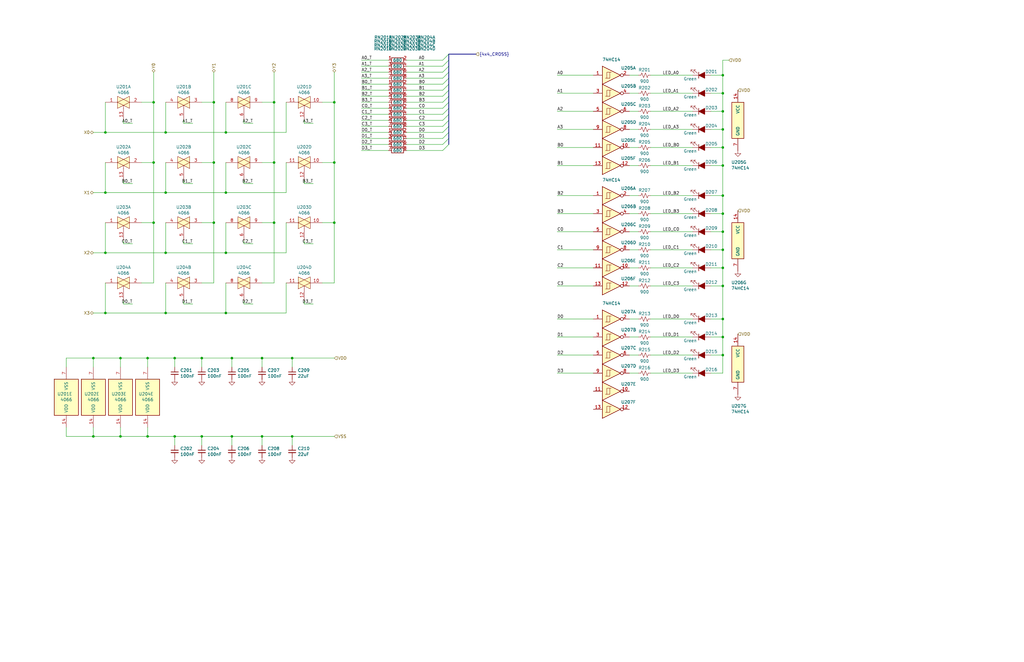
<source format=kicad_sch>
(kicad_sch (version 20250114) (generator "eeschema") (generator_version "9.0")
  (paper "B")
  (title_block (title "Kenwood Handset Switcher - Dev Board") (date "2025-07-11") (rev "A") (company "Thomas Francois - KX∅STL"))
  (junction (at 304.8 120.65))
  (junction (at 85.09 151.13))
  (junction (at 304.8 90.17))
  (junction (at 304.8 134.62))
  (junction (at 64.77 93.98))
  (junction (at 95.25 55.88))
  (junction (at 140.97 93.98))
  (junction (at 95.25 106.68))
  (junction (at 69.85 55.88))
  (junction (at 304.8 142.24))
  (junction (at 123.19 184.15))
  (junction (at 304.8 105.41))
  (junction (at 90.17 43.18))
  (junction (at 64.77 68.58))
  (junction (at 50.8 151.13))
  (junction (at 90.17 93.98))
  (junction (at 110.49 151.13))
  (junction (at 44.45 106.68))
  (junction (at 62.23 184.15))
  (junction (at 44.45 132.08))
  (junction (at 304.8 46.99))
  (junction (at 140.97 68.58))
  (junction (at 39.37 184.15))
  (junction (at 115.57 43.18))
  (junction (at 64.77 43.18))
  (junction (at 85.09 184.15))
  (junction (at 304.8 69.85))
  (junction (at 95.25 132.08))
  (junction (at 69.85 132.08))
  (junction (at 304.8 39.37))
  (junction (at 97.79 184.15))
  (junction (at 304.8 54.61))
  (junction (at 304.8 62.23))
  (junction (at 69.85 106.68))
  (junction (at 123.19 151.13))
  (junction (at 304.8 149.86))
  (junction (at 95.25 81.28))
  (junction (at 90.17 68.58))
  (junction (at 110.49 184.15))
  (junction (at 115.57 93.98))
  (junction (at 115.57 68.58))
  (junction (at 39.37 151.13))
  (junction (at 62.23 151.13))
  (junction (at 44.45 55.88))
  (junction (at 304.8 113.03))
  (junction (at 50.8 184.15))
  (junction (at 97.79 151.13))
  (junction (at 73.66 184.15))
  (junction (at 140.97 43.18))
  (junction (at 304.8 97.79))
  (junction (at 73.66 151.13))
  (junction (at 44.45 81.28))
  (junction (at 304.8 82.55))
  (junction (at 304.8 31.75))
  (junction (at 69.85 81.28))
  (bus_entry (at 189.23 40.64) (size -2.54 2.54))
  (bus_entry (at 189.23 30.48) (size -2.54 2.54))
  (bus_entry (at 189.23 33.02) (size -2.54 2.54))
  (bus_entry (at 189.23 27.94) (size -2.54 2.54))
  (bus_entry (at 189.23 53.34) (size -2.54 2.54))
  (bus_entry (at 189.23 25.4) (size -2.54 2.54))
  (bus_entry (at 189.23 45.72) (size -2.54 2.54))
  (bus_entry (at 189.23 35.56) (size -2.54 2.54))
  (bus_entry (at 189.23 50.8) (size -2.54 2.54))
  (bus_entry (at 189.23 48.26) (size -2.54 2.54))
  (bus_entry (at 189.23 58.42) (size -2.54 2.54))
  (bus_entry (at 189.23 43.18) (size -2.54 2.54))
  (bus_entry (at 189.23 55.88) (size -2.54 2.54))
  (bus_entry (at 189.23 60.96) (size -2.54 2.54))
  (bus_entry (at 189.23 38.1) (size -2.54 2.54))
  (bus_entry (at 189.23 22.86) (size -2.54 2.54))
  (wire (pts (xy 44.45 81.28) (xy 69.85 81.28)))
  (bus (pts (xy 189.23 38.1) (xy 189.23 40.64)))
  (wire (pts (xy 95.25 68.58) (xy 95.25 81.28)))
  (wire (pts (xy 85.09 184.15) (xy 85.09 187.96)))
  (wire (pts (xy 120.65 68.58) (xy 120.65 81.28)))
  (wire (pts (xy 27.94 184.15) (xy 27.94 180.34)))
  (wire (pts (xy 110.49 184.15) (xy 110.49 187.96)))
  (wire (pts (xy 265.43 97.79) (xy 269.24 97.79)))
  (wire (pts (xy 44.45 68.58) (xy 44.45 81.28)))
  (wire (pts (xy 171.45 55.88) (xy 186.69 55.88)))
  (wire (pts (xy 265.43 134.62) (xy 269.24 134.62)))
  (wire (pts (xy 171.45 58.42) (xy 186.69 58.42)))
  (wire (pts (xy 110.49 93.98) (xy 115.57 93.98)))
  (wire (pts (xy 152.4 53.34) (xy 163.83 53.34)))
  (wire (pts (xy 77.47 52.07) (xy 81.28 52.07)))
  (wire (pts (xy 128.27 77.47) (xy 128.27 76.2)))
  (wire (pts (xy 102.87 128.27) (xy 106.68 128.27)))
  (wire (pts (xy 85.09 43.18) (xy 90.17 43.18)))
  (wire (pts (xy 44.45 132.08) (xy 69.85 132.08)))
  (wire (pts (xy 299.72 69.85) (xy 304.8 69.85)))
  (wire (pts (xy 234.95 149.86) (xy 250.19 149.86)))
  (wire (pts (xy 274.32 113.03) (xy 292.1 113.03)))
  (wire (pts (xy 69.85 119.38) (xy 69.85 132.08)))
  (wire (pts (xy 110.49 43.18) (xy 115.57 43.18)))
  (wire (pts (xy 50.8 151.13) (xy 50.8 154.94)))
  (wire (pts (xy 52.07 77.47) (xy 55.88 77.47)))
  (wire (pts (xy 304.8 46.99) (xy 304.8 54.61)))
  (wire (pts (xy 152.4 60.96) (xy 163.83 60.96)))
  (wire (pts (xy 265.43 39.37) (xy 269.24 39.37)))
  (wire (pts (xy 102.87 52.07) (xy 102.87 50.8)))
  (wire (pts (xy 69.85 81.28) (xy 95.25 81.28)))
  (wire (pts (xy 95.25 43.18) (xy 95.25 55.88)))
  (wire (pts (xy 39.37 151.13) (xy 39.37 154.94)))
  (wire (pts (xy 52.07 77.47) (xy 52.07 76.2)))
  (wire (pts (xy 77.47 77.47) (xy 77.47 76.2)))
  (wire (pts (xy 152.4 35.56) (xy 163.83 35.56)))
  (wire (pts (xy 152.4 27.94) (xy 163.83 27.94)))
  (bus (pts (xy 189.23 55.88) (xy 189.23 58.42)))
  (wire (pts (xy 171.45 60.96) (xy 186.69 60.96)))
  (wire (pts (xy 59.69 43.18) (xy 64.77 43.18)))
  (wire (pts (xy 152.4 33.02) (xy 163.83 33.02)))
  (wire (pts (xy 234.95 97.79) (xy 250.19 97.79)))
  (bus (pts (xy 189.23 58.42) (xy 189.23 60.96)))
  (wire (pts (xy 140.97 30.48) (xy 140.97 43.18)))
  (wire (pts (xy 299.72 149.86) (xy 304.8 149.86)))
  (wire (pts (xy 152.4 58.42) (xy 163.83 58.42)))
  (wire (pts (xy 304.8 113.03) (xy 304.8 120.65)))
  (wire (pts (xy 299.72 39.37) (xy 304.8 39.37)))
  (wire (pts (xy 69.85 68.58) (xy 69.85 81.28)))
  (wire (pts (xy 52.07 52.07) (xy 55.88 52.07)))
  (wire (pts (xy 44.45 119.38) (xy 44.45 132.08)))
  (wire (pts (xy 44.45 106.68) (xy 69.85 106.68)))
  (wire (pts (xy 265.43 157.48) (xy 269.24 157.48)))
  (wire (pts (xy 274.32 54.61) (xy 292.1 54.61)))
  (wire (pts (xy 69.85 93.98) (xy 69.85 106.68)))
  (wire (pts (xy 27.94 151.13) (xy 27.94 154.94)))
  (wire (pts (xy 274.32 46.99) (xy 292.1 46.99)))
  (wire (pts (xy 274.32 134.62) (xy 292.1 134.62)))
  (wire (pts (xy 234.95 105.41) (xy 250.19 105.41)))
  (wire (pts (xy 52.07 128.27) (xy 52.07 127)))
  (wire (pts (xy 234.95 31.75) (xy 250.19 31.75)))
  (wire (pts (xy 64.77 93.98) (xy 64.77 119.38)))
  (wire (pts (xy 39.37 151.13) (xy 50.8 151.13)))
  (wire (pts (xy 274.32 120.65) (xy 292.1 120.65)))
  (wire (pts (xy 171.45 27.94) (xy 186.69 27.94)))
  (wire (pts (xy 234.95 39.37) (xy 250.19 39.37)))
  (wire (pts (xy 304.8 134.62) (xy 304.8 142.24)))
  (wire (pts (xy 265.43 62.23) (xy 269.24 62.23)))
  (wire (pts (xy 102.87 102.87) (xy 102.87 101.6)))
  (wire (pts (xy 95.25 106.68) (xy 120.65 106.68)))
  (wire (pts (xy 69.85 55.88) (xy 95.25 55.88)))
  (bus (pts (xy 189.23 27.94) (xy 189.23 30.48)))
  (wire (pts (xy 90.17 93.98) (xy 90.17 119.38)))
  (wire (pts (xy 299.72 157.48) (xy 304.8 157.48)))
  (bus (pts (xy 200.66 22.86) (xy 189.23 22.86)))
  (bus (pts (xy 189.23 30.48) (xy 189.23 33.02)))
  (wire (pts (xy 265.43 54.61) (xy 269.24 54.61)))
  (wire (pts (xy 234.95 113.03) (xy 250.19 113.03)))
  (wire (pts (xy 265.43 113.03) (xy 269.24 113.03)))
  (wire (pts (xy 171.45 43.18) (xy 186.69 43.18)))
  (wire (pts (xy 299.72 134.62) (xy 304.8 134.62)))
  (wire (pts (xy 299.72 31.75) (xy 304.8 31.75)))
  (bus (pts (xy 189.23 50.8) (xy 189.23 53.34)))
  (wire (pts (xy 265.43 82.55) (xy 269.24 82.55)))
  (wire (pts (xy 110.49 68.58) (xy 115.57 68.58)))
  (wire (pts (xy 265.43 69.85) (xy 269.24 69.85)))
  (wire (pts (xy 299.72 54.61) (xy 304.8 54.61)))
  (wire (pts (xy 90.17 68.58) (xy 90.17 93.98)))
  (wire (pts (xy 85.09 119.38) (xy 90.17 119.38)))
  (wire (pts (xy 97.79 184.15) (xy 97.79 187.96)))
  (wire (pts (xy 140.97 68.58) (xy 140.97 93.98)))
  (wire (pts (xy 59.69 93.98) (xy 64.77 93.98)))
  (wire (pts (xy 128.27 102.87) (xy 128.27 101.6)))
  (wire (pts (xy 50.8 184.15) (xy 62.23 184.15)))
  (wire (pts (xy 39.37 184.15) (xy 50.8 184.15)))
  (wire (pts (xy 304.8 69.85) (xy 304.8 82.55)))
  (wire (pts (xy 110.49 151.13) (xy 110.49 154.94)))
  (wire (pts (xy 62.23 151.13) (xy 62.23 154.94)))
  (wire (pts (xy 62.23 184.15) (xy 73.66 184.15)))
  (wire (pts (xy 44.45 55.88) (xy 69.85 55.88)))
  (wire (pts (xy 152.4 30.48) (xy 163.83 30.48)))
  (wire (pts (xy 304.8 113.03) (xy 304.8 105.41)))
  (wire (pts (xy 39.37 55.88) (xy 44.45 55.88)))
  (wire (pts (xy 52.07 102.87) (xy 52.07 101.6)))
  (wire (pts (xy 152.4 55.88) (xy 163.83 55.88)))
  (wire (pts (xy 265.43 46.99) (xy 269.24 46.99)))
  (wire (pts (xy 265.43 149.86) (xy 269.24 149.86)))
  (wire (pts (xy 135.89 93.98) (xy 140.97 93.98)))
  (wire (pts (xy 234.95 134.62) (xy 250.19 134.62)))
  (bus (pts (xy 189.23 25.4) (xy 189.23 27.94)))
  (wire (pts (xy 265.43 120.65) (xy 269.24 120.65)))
  (wire (pts (xy 77.47 128.27) (xy 81.28 128.27)))
  (wire (pts (xy 69.85 106.68) (xy 95.25 106.68)))
  (wire (pts (xy 171.45 35.56) (xy 186.69 35.56)))
  (wire (pts (xy 299.72 105.41) (xy 304.8 105.41)))
  (wire (pts (xy 304.8 31.75) (xy 304.8 39.37)))
  (wire (pts (xy 304.8 25.4) (xy 304.8 31.75)))
  (wire (pts (xy 102.87 77.47) (xy 102.87 76.2)))
  (wire (pts (xy 152.4 50.8) (xy 163.83 50.8)))
  (wire (pts (xy 304.8 105.41) (xy 304.8 97.79)))
  (wire (pts (xy 152.4 63.5) (xy 163.83 63.5)))
  (wire (pts (xy 102.87 128.27) (xy 102.87 127)))
  (wire (pts (xy 52.07 52.07) (xy 52.07 50.8)))
  (wire (pts (xy 265.43 142.24) (xy 269.24 142.24)))
  (wire (pts (xy 299.72 113.03) (xy 304.8 113.03)))
  (wire (pts (xy 304.8 62.23) (xy 304.8 69.85)))
  (wire (pts (xy 265.43 105.41) (xy 269.24 105.41)))
  (wire (pts (xy 234.95 82.55) (xy 250.19 82.55)))
  (wire (pts (xy 123.19 151.13) (xy 123.19 154.94)))
  (wire (pts (xy 304.8 142.24) (xy 304.8 149.86)))
  (wire (pts (xy 85.09 151.13) (xy 85.09 154.94)))
  (wire (pts (xy 90.17 43.18) (xy 90.17 68.58)))
  (wire (pts (xy 52.07 128.27) (xy 55.88 128.27)))
  (wire (pts (xy 102.87 102.87) (xy 106.68 102.87)))
  (wire (pts (xy 140.97 43.18) (xy 140.97 68.58)))
  (wire (pts (xy 44.45 43.18) (xy 44.45 55.88)))
  (bus (pts (xy 189.23 40.64) (xy 189.23 43.18)))
  (wire (pts (xy 62.23 151.13) (xy 73.66 151.13)))
  (wire (pts (xy 39.37 132.08) (xy 44.45 132.08)))
  (wire (pts (xy 171.45 63.5) (xy 186.69 63.5)))
  (wire (pts (xy 85.09 68.58) (xy 90.17 68.58)))
  (wire (pts (xy 77.47 128.27) (xy 77.47 127)))
  (wire (pts (xy 234.95 69.85) (xy 250.19 69.85)))
  (wire (pts (xy 152.4 40.64) (xy 163.83 40.64)))
  (wire (pts (xy 123.19 184.15) (xy 123.19 187.96)))
  (wire (pts (xy 50.8 151.13) (xy 62.23 151.13)))
  (wire (pts (xy 152.4 45.72) (xy 163.83 45.72)))
  (wire (pts (xy 39.37 81.28) (xy 44.45 81.28)))
  (wire (pts (xy 274.32 90.17) (xy 292.1 90.17)))
  (wire (pts (xy 171.45 30.48) (xy 186.69 30.48)))
  (wire (pts (xy 140.97 93.98) (xy 140.97 119.38)))
  (wire (pts (xy 234.95 46.99) (xy 250.19 46.99)))
  (wire (pts (xy 85.09 151.13) (xy 97.79 151.13)))
  (wire (pts (xy 69.85 132.08) (xy 95.25 132.08)))
  (wire (pts (xy 299.72 82.55) (xy 304.8 82.55)))
  (wire (pts (xy 69.85 43.18) (xy 69.85 55.88)))
  (wire (pts (xy 115.57 93.98) (xy 115.57 119.38)))
  (wire (pts (xy 120.65 43.18) (xy 120.65 55.88)))
  (wire (pts (xy 39.37 184.15) (xy 27.94 184.15)))
  (wire (pts (xy 64.77 30.48) (xy 64.77 43.18)))
  (wire (pts (xy 299.72 46.99) (xy 304.8 46.99)))
  (wire (pts (xy 64.77 43.18) (xy 64.77 68.58)))
  (wire (pts (xy 110.49 151.13) (xy 123.19 151.13)))
  (wire (pts (xy 64.77 68.58) (xy 64.77 93.98)))
  (wire (pts (xy 274.32 69.85) (xy 292.1 69.85)))
  (wire (pts (xy 304.8 157.48) (xy 304.8 149.86)))
  (wire (pts (xy 73.66 151.13) (xy 73.66 154.94)))
  (wire (pts (xy 128.27 52.07) (xy 128.27 50.8)))
  (wire (pts (xy 274.32 82.55) (xy 292.1 82.55)))
  (wire (pts (xy 85.09 151.13) (xy 73.66 151.13)))
  (wire (pts (xy 128.27 102.87) (xy 132.08 102.87)))
  (wire (pts (xy 274.32 31.75) (xy 292.1 31.75)))
  (wire (pts (xy 265.43 90.17) (xy 269.24 90.17)))
  (wire (pts (xy 234.95 90.17) (xy 250.19 90.17)))
  (wire (pts (xy 52.07 102.87) (xy 55.88 102.87)))
  (wire (pts (xy 120.65 93.98) (xy 120.65 106.68)))
  (wire (pts (xy 95.25 132.08) (xy 120.65 132.08)))
  (wire (pts (xy 44.45 93.98) (xy 44.45 106.68)))
  (wire (pts (xy 299.72 62.23) (xy 304.8 62.23)))
  (wire (pts (xy 152.4 48.26) (xy 163.83 48.26)))
  (wire (pts (xy 152.4 38.1) (xy 163.83 38.1)))
  (wire (pts (xy 97.79 184.15) (xy 110.49 184.15)))
  (wire (pts (xy 62.23 180.34) (xy 62.23 184.15)))
  (bus (pts (xy 189.23 48.26) (xy 189.23 50.8)))
  (wire (pts (xy 171.45 48.26) (xy 186.69 48.26)))
  (wire (pts (xy 171.45 33.02) (xy 186.69 33.02)))
  (wire (pts (xy 50.8 184.15) (xy 50.8 180.34)))
  (wire (pts (xy 95.25 81.28) (xy 120.65 81.28)))
  (wire (pts (xy 234.95 62.23) (xy 250.19 62.23)))
  (wire (pts (xy 73.66 184.15) (xy 85.09 184.15)))
  (wire (pts (xy 95.25 55.88) (xy 120.65 55.88)))
  (wire (pts (xy 39.37 151.13) (xy 27.94 151.13)))
  (wire (pts (xy 274.32 142.24) (xy 292.1 142.24)))
  (bus (pts (xy 189.23 22.86) (xy 189.23 25.4)))
  (wire (pts (xy 128.27 52.07) (xy 132.08 52.07)))
  (wire (pts (xy 115.57 68.58) (xy 115.57 93.98)))
  (wire (pts (xy 304.8 82.55) (xy 304.8 90.17)))
  (wire (pts (xy 39.37 184.15) (xy 39.37 180.34)))
  (wire (pts (xy 171.45 38.1) (xy 186.69 38.1)))
  (wire (pts (xy 39.37 106.68) (xy 44.45 106.68)))
  (wire (pts (xy 95.25 93.98) (xy 95.25 106.68)))
  (wire (pts (xy 171.45 53.34) (xy 186.69 53.34)))
  (wire (pts (xy 85.09 184.15) (xy 97.79 184.15)))
  (wire (pts (xy 274.32 39.37) (xy 292.1 39.37)))
  (wire (pts (xy 135.89 119.38) (xy 140.97 119.38)))
  (wire (pts (xy 171.45 40.64) (xy 186.69 40.64)))
  (wire (pts (xy 299.72 120.65) (xy 304.8 120.65)))
  (wire (pts (xy 97.79 151.13) (xy 97.79 154.94)))
  (wire (pts (xy 171.45 25.4) (xy 186.69 25.4)))
  (wire (pts (xy 234.95 54.61) (xy 250.19 54.61)))
  (wire (pts (xy 299.72 90.17) (xy 304.8 90.17)))
  (wire (pts (xy 85.09 93.98) (xy 90.17 93.98)))
  (wire (pts (xy 152.4 25.4) (xy 163.83 25.4)))
  (wire (pts (xy 135.89 68.58) (xy 140.97 68.58)))
  (wire (pts (xy 307.34 25.4) (xy 304.8 25.4)))
  (wire (pts (xy 102.87 52.07) (xy 106.68 52.07)))
  (wire (pts (xy 304.8 54.61) (xy 304.8 62.23)))
  (wire (pts (xy 95.25 119.38) (xy 95.25 132.08)))
  (wire (pts (xy 274.32 97.79) (xy 292.1 97.79)))
  (wire (pts (xy 299.72 97.79) (xy 304.8 97.79)))
  (wire (pts (xy 304.8 120.65) (xy 304.8 134.62)))
  (wire (pts (xy 274.32 157.48) (xy 292.1 157.48)))
  (wire (pts (xy 115.57 43.18) (xy 115.57 68.58)))
  (wire (pts (xy 128.27 128.27) (xy 132.08 128.27)))
  (wire (pts (xy 97.79 151.13) (xy 110.49 151.13)))
  (wire (pts (xy 115.57 30.48) (xy 115.57 43.18)))
  (wire (pts (xy 304.8 39.37) (xy 304.8 46.99)))
  (wire (pts (xy 234.95 142.24) (xy 250.19 142.24)))
  (wire (pts (xy 299.72 142.24) (xy 304.8 142.24)))
  (wire (pts (xy 59.69 119.38) (xy 64.77 119.38)))
  (wire (pts (xy 274.32 105.41) (xy 292.1 105.41)))
  (wire (pts (xy 304.8 97.79) (xy 304.8 90.17)))
  (wire (pts (xy 171.45 45.72) (xy 186.69 45.72)))
  (wire (pts (xy 234.95 157.48) (xy 250.19 157.48)))
  (wire (pts (xy 128.27 77.47) (xy 132.08 77.47)))
  (wire (pts (xy 152.4 43.18) (xy 163.83 43.18)))
  (bus (pts (xy 189.23 35.56) (xy 189.23 38.1)))
  (wire (pts (xy 77.47 77.47) (xy 81.28 77.47)))
  (wire (pts (xy 123.19 184.15) (xy 140.97 184.15)))
  (wire (pts (xy 265.43 31.75) (xy 269.24 31.75)))
  (wire (pts (xy 59.69 68.58) (xy 64.77 68.58)))
  (wire (pts (xy 73.66 184.15) (xy 73.66 187.96)))
  (wire (pts (xy 274.32 149.86) (xy 292.1 149.86)))
  (bus (pts (xy 189.23 45.72) (xy 189.23 48.26)))
  (wire (pts (xy 110.49 119.38) (xy 115.57 119.38)))
  (bus (pts (xy 189.23 53.34) (xy 189.23 55.88)))
  (wire (pts (xy 110.49 184.15) (xy 123.19 184.15)))
  (wire (pts (xy 77.47 52.07) (xy 77.47 50.8)))
  (wire (pts (xy 77.47 102.87) (xy 81.28 102.87)))
  (bus (pts (xy 189.23 43.18) (xy 189.23 45.72)))
  (wire (pts (xy 77.47 102.87) (xy 77.47 101.6)))
  (bus (pts (xy 189.23 33.02) (xy 189.23 35.56)))
  (wire (pts (xy 135.89 43.18) (xy 140.97 43.18)))
  (wire (pts (xy 128.27 128.27) (xy 128.27 127)))
  (wire (pts (xy 123.19 151.13) (xy 140.97 151.13)))
  (wire (pts (xy 274.32 62.23) (xy 292.1 62.23)))
  (wire (pts (xy 120.65 119.38) (xy 120.65 132.08)))
  (wire (pts (xy 171.45 50.8) (xy 186.69 50.8)))
  (wire (pts (xy 234.95 120.65) (xy 250.19 120.65)))
  (wire (pts (xy 90.17 30.48) (xy 90.17 43.18)))
  (wire (pts (xy 102.87 77.47) (xy 106.68 77.47)))
  (label "B1_T" (at 152.4 38.1 0))
  (label "B3" (at 176.53 43.18 0))
  (label "D3_T" (at 132.08 128.27 180))
  (label "B3_T" (at 132.08 77.47 180))
  (label "C1" (at 176.53 48.26 0))
  (label "A0" (at 176.53 25.4 0))
  (label "D0_T" (at 55.88 128.27 180))
  (label "D0_T" (at 152.4 55.88 0))
  (label "C2_T" (at 152.4 50.8 0))
  (label "A3" (at 176.53 33.02 0))
  (label "C1_T" (at 152.4 48.26 0))
  (label "B2" (at 176.53 40.64 0))
  (label "B3_T" (at 152.4 43.18 0))
  (label "A3" (at 234.95 54.61 0))
  (label "LED_B3" (at 279.4 90.17 0))
  (label "D2_T" (at 106.68 128.27 180))
  (label "C3_T" (at 132.08 102.87 180))
  (label "D2_T" (at 152.4 60.96 0))
  (label "LED_A3" (at 279.4 54.61 0))
  (label "C3" (at 176.53 53.34 0))
  (label "B1_T" (at 81.28 77.47 180))
  (label "C0" (at 234.95 97.79 0))
  (label "B2" (at 234.95 82.55 0))
  (label "C0" (at 176.53 45.72 0))
  (label "A1_T" (at 81.28 52.07 180))
  (label "LED_D2" (at 279.4 149.86 0))
  (label "D1_T" (at 81.28 128.27 180))
  (label "LED_A1" (at 279.4 39.37 0))
  (label "B0_T" (at 152.4 35.56 0))
  (label "D1" (at 234.95 142.24 0))
  (label "B1" (at 176.53 38.1 0))
  (label "C2" (at 176.53 50.8 0))
  (label "A3_T" (at 132.08 52.07 180))
  (label "C1_T" (at 81.28 102.87 180))
  (label "B0" (at 234.95 62.23 0))
  (label "A1_T" (at 152.4 27.94 0))
  (label "C2" (at 234.95 113.03 0))
  (label "LED_C3" (at 279.4 120.65 0))
  (label "A2" (at 176.53 30.48 0))
  (label "A0_T" (at 152.4 25.4 0))
  (label "B2_T" (at 106.68 77.47 180))
  (label "LED_D0" (at 279.4 134.62 0))
  (label "A1" (at 176.53 27.94 0))
  (label "C1" (at 234.95 105.41 0))
  (label "A3_T" (at 152.4 33.02 0))
  (label "B2_T" (at 152.4 40.64 0))
  (label "LED_A0" (at 279.4 31.75 0))
  (label "LED_C2" (at 279.4 113.03 0))
  (label "C3_T" (at 152.4 53.34 0))
  (label "C0_T" (at 55.88 102.87 180))
  (label "A2_T" (at 106.68 52.07 180))
  (label "C2_T" (at 106.68 102.87 180))
  (label "D0" (at 176.53 55.88 0))
  (label "LED_B0" (at 279.4 62.23 0))
  (label "LED_C1" (at 279.4 105.41 0))
  (label "D2" (at 176.53 60.96 0))
  (label "LED_C0" (at 279.4 97.79 0))
  (label "LED_D3" (at 279.4 157.48 0))
  (label "LED_D1" (at 279.4 142.24 0))
  (label "A0" (at 234.95 31.75 0))
  (label "D3" (at 176.53 63.5 0))
  (label "D2" (at 234.95 149.86 0))
  (label "A1" (at 234.95 39.37 0))
  (label "B1" (at 234.95 69.85 0))
  (label "D3" (at 234.95 157.48 0))
  (label "A2_T" (at 152.4 30.48 0))
  (label "D0" (at 234.95 134.62 0))
  (label "C3" (at 234.95 120.65 0))
  (label "C0_T" (at 152.4 45.72 0))
  (label "LED_A2" (at 279.4 46.99 0))
  (label "B3" (at 234.95 90.17 0))
  (label "A2" (at 234.95 46.99 0))
  (label "D1_T" (at 152.4 58.42 0))
  (label "LED_B1" (at 279.4 69.85 0))
  (label "LED_B2" (at 279.4 82.55 0))
  (label "B0" (at 176.53 35.56 0))
  (label "B0_T" (at 55.88 77.47 180))
  (label "A0_T" (at 55.88 52.07 180))
  (label "D1" (at 176.53 58.42 0))
  (label "D3_T" (at 152.4 63.5 0))
  (hierarchical_label "VDD" (shape input) (at 311.15 140.97 0))
  (hierarchical_label "{4x4_CROSS}" (shape input) (at 200.66 22.86 0))
  (hierarchical_label "Y2" (shape bidirectional) (at 115.57 30.48 90))
  (hierarchical_label "Y3" (shape bidirectional) (at 140.97 30.48 90))
  (hierarchical_label "X1" (shape bidirectional) (at 39.37 81.28 180))
  (hierarchical_label "VDD" (shape input) (at 311.15 38.1 0))
  (hierarchical_label "VSS" (shape input) (at 140.97 184.15 0))
  (hierarchical_label "Y1" (shape bidirectional) (at 90.17 30.48 90))
  (hierarchical_label "VDD" (shape input) (at 307.34 25.4 0))
  (hierarchical_label "X2" (shape bidirectional) (at 39.37 106.68 180))
  (hierarchical_label "Y0" (shape bidirectional) (at 64.77 30.48 90))
  (hierarchical_label "VDD" (shape input) (at 140.97 151.13 0))
  (hierarchical_label "VDD" (shape input) (at 311.15 88.9 0))
  (hierarchical_label "X0" (shape bidirectional) (at 39.37 55.88 180))
  (hierarchical_label "X3" (shape bidirectional) (at 39.37 132.08 180))
  (symbol (lib_id "4xxx:4066") (at 102.87 68.58 0) (mirror x) (unit 3)
    (property "Reference" "U202" (at 102.87 62.0225 0))
    (property "Value" "4066" (at 102.87 64.4468 0))
    (property "Footprint" "Package_SO:SOIC-14_3.9x8.7mm_P1.27mm" (effects (hide yes)))
    (property "Datasheet" "http://www.ti.com/lit/ds/symlink/cd4066b.pdf" (effects (hide yes)))
    (property "Description" "Quad Analog Switches" (effects (hide yes)))
  )
  (symbol (lib_id "4xxx:4066") (at 39.37 167.64 0) (mirror x) (unit 5)
    (property "Reference" "U202" (at 41.91 166.2317 0) (effects (justify right)))
    (property "Value" "4066" (at 41.91 168.656 0) (effects (justify right)))
    (property "Footprint" "Package_SO:SOIC-14_3.9x8.7mm_P1.27mm" (effects (hide yes)))
    (property "Datasheet" "http://www.ti.com/lit/ds/symlink/cd4066b.pdf" (effects (hide yes)))
    (property "Description" "Quad Analog Switches" (effects (hide yes)))
  )
  (symbol (lib_id "power:GND") (at 73.66 193.04 0) (mirror y) (unit 1)
    (property "Reference" "#PWR0202" (effects (hide yes)))
    (property "Value" "GND" (effects (hide yes)))
    (property "Description" "Power symbol creates a global label with name \"GND\" , ground" (effects (hide yes)))
  )
  (symbol (lib_id "Library_MicSwitcher:R_Network04_Split") (at 167.64 50.8 90) (unit 3)
    (property "Reference" "RN203" (at 173.736 19.05 90))
    (property "Value" "680" (at 167.64 50.8 90))
    (property "Footprint" "Resistor_SMD:R_Array_Convex_4x1206" (effects (hide yes)))
    (property "Datasheet" "http://www.vishay.com/docs/31509/csc.pdf" (effects (hide yes)))
    (property "Description" "4 resistor network, star topology, bussed resistors, split" (effects (hide yes)))
  )
  (symbol (lib_id "Device:C_Small") (at 85.09 190.5 0) (unit 1)
    (property "Reference" "C204" (at 87.4141 189.2941 0) (effects (justify left)))
    (property "Value" "100nF" (at 87.4141 191.7184 0) (effects (justify left)))
    (property "Footprint" "Capacitor_SMD:C_0402_1005Metric" (effects (hide yes)))
    (property "Description" "Unpolarized capacitor, small symbol" (effects (hide yes)))
  )
  (symbol (lib_id "4xxx:4066") (at 102.87 93.98 0) (mirror x) (unit 3)
    (property "Reference" "U203" (at 102.87 87.4225 0))
    (property "Value" "4066" (at 102.87 89.8468 0))
    (property "Footprint" "Package_SO:SOIC-14_3.9x8.7mm_P1.27mm" (effects (hide yes)))
    (property "Datasheet" "http://www.ti.com/lit/ds/symlink/cd4066b.pdf" (effects (hide yes)))
    (property "Description" "Quad Analog Switches" (effects (hide yes)))
  )
  (symbol (lib_id "Library_MicSwitcher:R_Network04_Split") (at 167.64 45.72 90) (unit 1)
    (property "Reference" "RN203" (at 173.736 15.748 90))
    (property "Value" "680" (at 167.64 45.72 90))
    (property "Footprint" "Resistor_SMD:R_Array_Convex_4x1206" (effects (hide yes)))
    (property "Datasheet" "http://www.vishay.com/docs/31509/csc.pdf" (effects (hide yes)))
    (property "Description" "4 resistor network, star topology, bussed resistors, split" (effects (hide yes)))
  )
  (symbol (lib_id "power:GND") (at 110.49 193.04 0) (mirror y) (unit 1)
    (property "Reference" "#PWR0208" (effects (hide yes)))
    (property "Value" "GND" (effects (hide yes)))
    (property "Description" "Power symbol creates a global label with name \"GND\" , ground" (effects (hide yes)))
  )
  (symbol (lib_name "74HC14_6") (lib_id "74xx:74HC14") (at 257.81 69.85 0) (unit 6)
    (property "Reference" "U205" (at 261.874 66.802 0) (effects (justify left)))
    (property "Value" "74HC14" (effects (hide yes)))
    (property "Footprint" "Package_SO:SOIC-14_3.9x8.7mm_P1.27mm" (effects (hide yes)))
    (property "Datasheet" "http://www.ti.com/lit/gpn/sn74HC14" (effects (hide yes)))
    (property "Description" "Hex inverter schmitt trigger" (effects (hide yes)))
  )
  (symbol (lib_name "74HC14_2") (lib_id "74xx:74HC14") (at 257.81 82.55 0) (unit 1)
    (property "Reference" "U206" (at 261.874 79.502 0) (effects (justify left)))
    (property "Value" "74HC14" (at 254 75.946 0) (effects (justify left)))
    (property "Footprint" "Package_SO:SOIC-14_3.9x8.7mm_P1.27mm" (effects (hide yes)))
    (property "Datasheet" "http://www.ti.com/lit/gpn/sn74HC14" (effects (hide yes)))
    (property "Description" "Hex inverter schmitt trigger" (effects (hide yes)))
  )
  (symbol (lib_id "Device:C_Small") (at 85.09 157.48 0) (unit 1)
    (property "Reference" "C203" (at 87.4141 156.2741 0) (effects (justify left)))
    (property "Value" "100nF" (at 87.4141 158.6984 0) (effects (justify left)))
    (property "Footprint" "Capacitor_SMD:C_0402_1005Metric" (effects (hide yes)))
    (property "Description" "Unpolarized capacitor, small symbol" (effects (hide yes)))
  )
  (symbol (lib_name "74HC14_3") (lib_id "74xx:74HC14") (at 257.81 142.24 0) (unit 2)
    (property "Reference" "U207" (at 261.874 139.192 0) (effects (justify left)))
    (property "Value" "74HC14" (effects (hide yes)))
    (property "Footprint" "Package_SO:SOIC-14_3.9x8.7mm_P1.27mm" (effects (hide yes)))
    (property "Datasheet" "http://www.ti.com/lit/gpn/sn74HC14" (effects (hide yes)))
    (property "Description" "Hex inverter schmitt trigger" (effects (hide yes)))
  )
  (symbol (lib_id "Device:LED_Filled") (at 295.91 105.41 0) (mirror x) (unit 1)
    (property "Reference" "D210" (at 297.434 103.886 0) (effects (justify left)))
    (property "Value" "Green" (at 293.878 106.934 0) (effects (justify right)))
    (property "Footprint" "LED_SMD:LED_0603_1608Metric" (effects (hide yes)))
    (property "Description" "Light emitting diode, filled shape" (effects (hide yes)))
    (property "DigiKey Part Number" "732-5016-ND" (effects (hide yes)))
  )
  (symbol (lib_id "Device:LED_Filled") (at 295.91 149.86 0) (mirror x) (unit 1)
    (property "Reference" "D215" (at 297.434 148.336 0) (effects (justify left)))
    (property "Value" "Green" (at 293.878 151.384 0) (effects (justify right)))
    (property "Footprint" "LED_SMD:LED_0603_1608Metric" (effects (hide yes)))
    (property "Description" "Light emitting diode, filled shape" (effects (hide yes)))
    (property "DigiKey Part Number" "732-5016-ND" (effects (hide yes)))
  )
  (symbol (lib_id "74xx:74HC14") (at 311.15 101.6 0) (unit 7)
    (property "Reference" "U206" (at 308.356 119.2417 0) (effects (justify left)))
    (property "Value" "74HC14" (at 308.356 121.666 0) (effects (justify left)))
    (property "Footprint" "Package_SO:SOIC-14_3.9x8.7mm_P1.27mm" (effects (hide yes)))
    (property "Datasheet" "http://www.ti.com/lit/gpn/sn74HC14" (effects (hide yes)))
    (property "Description" "Hex inverter schmitt trigger" (effects (hide yes)))
  )
  (symbol (lib_id "Library_MicSwitcher:R_Network04_Split") (at 167.64 25.4 90) (unit 1)
    (property "Reference" "RN201" (at 161.544 15.748 90))
    (property "Value" "680" (at 167.64 25.4 90))
    (property "Footprint" "Resistor_SMD:R_Array_Convex_4x1206" (effects (hide yes)))
    (property "Datasheet" "http://www.vishay.com/docs/31509/csc.pdf" (effects (hide yes)))
    (property "Description" "4 resistor network, star topology, bussed resistors, split" (effects (hide yes)))
  )
  (symbol (lib_id "Library_MicSwitcher:R_Network04_Split") (at 167.64 30.48 90) (unit 3)
    (property "Reference" "RN201" (at 161.544 19.05 90))
    (property "Value" "680" (at 167.64 30.48 90))
    (property "Footprint" "Resistor_SMD:R_Array_Convex_4x1206" (effects (hide yes)))
    (property "Datasheet" "http://www.vishay.com/docs/31509/csc.pdf" (effects (hide yes)))
    (property "Description" "4 resistor network, star topology, bussed resistors, split" (effects (hide yes)))
  )
  (symbol (lib_id "Device:R_Small_US") (at 271.78 46.99 270) (unit 1)
    (property "Reference" "R203" (at 271.78 44.704 90))
    (property "Value" "900" (at 271.78 49.53 90))
    (property "Footprint" "Resistor_SMD:R_0402_1005Metric" (effects (hide yes)))
    (property "Description" "Resistor, small US symbol" (effects (hide yes)))
  )
  (symbol (lib_id "Device:LED_Filled") (at 295.91 142.24 0) (mirror x) (unit 1)
    (property "Reference" "D214" (at 297.434 140.716 0) (effects (justify left)))
    (property "Value" "Green" (at 293.878 143.764 0) (effects (justify right)))
    (property "Footprint" "LED_SMD:LED_0603_1608Metric" (effects (hide yes)))
    (property "Description" "Light emitting diode, filled shape" (effects (hide yes)))
    (property "DigiKey Part Number" "732-5016-ND" (effects (hide yes)))
  )
  (symbol (lib_id "power:GND") (at 97.79 193.04 0) (mirror y) (unit 1)
    (property "Reference" "#PWR0206" (effects (hide yes)))
    (property "Value" "GND" (effects (hide yes)))
    (property "Description" "Power symbol creates a global label with name \"GND\" , ground" (effects (hide yes)))
  )
  (symbol (lib_name "74HC14_5") (lib_id "74xx:74HC14") (at 257.81 46.99 0) (unit 3)
    (property "Reference" "U205" (at 261.874 43.942 0) (effects (justify left)))
    (property "Value" "74HC14" (effects (hide yes)))
    (property "Footprint" "Package_SO:SOIC-14_3.9x8.7mm_P1.27mm" (effects (hide yes)))
    (property "Datasheet" "http://www.ti.com/lit/gpn/sn74HC14" (effects (hide yes)))
    (property "Description" "Hex inverter schmitt trigger" (effects (hide yes)))
  )
  (symbol (lib_id "Library_MicSwitcher:R_Network04_Split") (at 167.64 38.1 90) (unit 2)
    (property "Reference" "RN202" (at 167.64 17.3877 90))
    (property "Value" "680" (at 167.64 38.1 90))
    (property "Footprint" "Resistor_SMD:R_Array_Convex_4x1206" (effects (hide yes)))
    (property "Datasheet" "http://www.vishay.com/docs/31509/csc.pdf" (effects (hide yes)))
    (property "Description" "4 resistor network, star topology, bussed resistors, split" (effects (hide yes)))
  )
  (symbol (lib_id "Library_MicSwitcher:R_Network04_Split") (at 167.64 63.5 90) (unit 4)
    (property "Reference" "RN204" (at 179.832 20.574 90))
    (property "Value" "680" (at 167.64 63.5 90))
    (property "Footprint" "Resistor_SMD:R_Array_Convex_4x1206" (effects (hide yes)))
    (property "Datasheet" "http://www.vishay.com/docs/31509/csc.pdf" (effects (hide yes)))
    (property "Description" "4 resistor network, star topology, bussed resistors, split" (effects (hide yes)))
  )
  (symbol (lib_id "Device:LED_Filled") (at 295.91 69.85 0) (mirror x) (unit 1)
    (property "Reference" "D206" (at 297.434 68.326 0) (effects (justify left)))
    (property "Value" "Green" (at 293.878 71.374 0) (effects (justify right)))
    (property "Footprint" "LED_SMD:LED_0603_1608Metric" (effects (hide yes)))
    (property "Description" "Light emitting diode, filled shape" (effects (hide yes)))
    (property "DigiKey Part Number" "732-5016-ND" (effects (hide yes)))
  )
  (symbol (lib_id "4xxx:4066") (at 52.07 119.38 0) (mirror x) (unit 1)
    (property "Reference" "U204" (at 52.07 112.8225 0))
    (property "Value" "4066" (at 52.07 115.2468 0))
    (property "Footprint" "Package_SO:SOIC-14_3.9x8.7mm_P1.27mm" (effects (hide yes)))
    (property "Datasheet" "http://www.ti.com/lit/ds/symlink/cd4066b.pdf" (effects (hide yes)))
    (property "Description" "Quad Analog Switches" (effects (hide yes)))
  )
  (symbol (lib_id "4xxx:4066") (at 52.07 93.98 0) (mirror x) (unit 1)
    (property "Reference" "U203" (at 52.07 87.4225 0))
    (property "Value" "4066" (at 52.07 89.8468 0))
    (property "Footprint" "Package_SO:SOIC-14_3.9x8.7mm_P1.27mm" (effects (hide yes)))
    (property "Datasheet" "http://www.ti.com/lit/ds/symlink/cd4066b.pdf" (effects (hide yes)))
    (property "Description" "Quad Analog Switches" (effects (hide yes)))
  )
  (symbol (lib_id "4xxx:4066") (at 128.27 93.98 0) (mirror x) (unit 4)
    (property "Reference" "U203" (at 128.27 87.4225 0))
    (property "Value" "4066" (at 128.27 89.8468 0))
    (property "Footprint" "Package_SO:SOIC-14_3.9x8.7mm_P1.27mm" (effects (hide yes)))
    (property "Datasheet" "http://www.ti.com/lit/ds/symlink/cd4066b.pdf" (effects (hide yes)))
    (property "Description" "Quad Analog Switches" (effects (hide yes)))
  )
  (symbol (lib_id "Device:R_Small_US") (at 271.78 31.75 270) (unit 1)
    (property "Reference" "R201" (at 271.78 29.464 90))
    (property "Value" "900" (at 271.78 34.29 90))
    (property "Footprint" "Resistor_SMD:R_0402_1005Metric" (effects (hide yes)))
    (property "Description" "Resistor, small US symbol" (effects (hide yes)))
  )
  (symbol (lib_id "Device:LED_Filled") (at 295.91 90.17 0) (mirror x) (unit 1)
    (property "Reference" "D208" (at 297.434 88.646 0) (effects (justify left)))
    (property "Value" "Green" (at 293.878 91.694 0) (effects (justify right)))
    (property "Footprint" "LED_SMD:LED_0603_1608Metric" (effects (hide yes)))
    (property "Description" "Light emitting diode, filled shape" (effects (hide yes)))
    (property "DigiKey Part Number" "732-5016-ND" (effects (hide yes)))
  )
  (symbol (lib_name "74HC14_6") (lib_id "74xx:74HC14") (at 257.81 120.65 0) (unit 6)
    (property "Reference" "U206" (at 261.874 117.602 0) (effects (justify left)))
    (property "Value" "74HC14" (effects (hide yes)))
    (property "Footprint" "Package_SO:SOIC-14_3.9x8.7mm_P1.27mm" (effects (hide yes)))
    (property "Datasheet" "http://www.ti.com/lit/gpn/sn74HC14" (effects (hide yes)))
    (property "Description" "Hex inverter schmitt trigger" (effects (hide yes)))
  )
  (symbol (lib_id "Device:LED_Filled") (at 295.91 120.65 0) (mirror x) (unit 1)
    (property "Reference" "D212" (at 297.434 119.126 0) (effects (justify left)))
    (property "Value" "Green" (at 293.878 122.174 0) (effects (justify right)))
    (property "Footprint" "LED_SMD:LED_0603_1608Metric" (effects (hide yes)))
    (property "Description" "Light emitting diode, filled shape" (effects (hide yes)))
    (property "DigiKey Part Number" "732-5016-ND" (effects (hide yes)))
  )
  (symbol (lib_id "Library_MicSwitcher:R_Network04_Split") (at 167.64 35.56 90) (unit 1)
    (property "Reference" "RN202" (at 167.64 15.748 90))
    (property "Value" "680" (at 167.64 35.56 90))
    (property "Footprint" "Resistor_SMD:R_Array_Convex_4x1206" (effects (hide yes)))
    (property "Datasheet" "http://www.vishay.com/docs/31509/csc.pdf" (effects (hide yes)))
    (property "Description" "4 resistor network, star topology, bussed resistors, split" (effects (hide yes)))
  )
  (symbol (lib_id "Device:C_Small") (at 110.49 157.48 0) (unit 1)
    (property "Reference" "C207" (at 112.8141 156.2741 0) (effects (justify left)))
    (property "Value" "100nF" (at 112.8141 158.6984 0) (effects (justify left)))
    (property "Footprint" "Capacitor_SMD:C_0402_1005Metric" (effects (hide yes)))
    (property "Description" "Unpolarized capacitor, small symbol" (effects (hide yes)))
  )
  (symbol (lib_id "power:GND") (at 73.66 160.02 0) (mirror y) (unit 1)
    (property "Reference" "#PWR0201" (effects (hide yes)))
    (property "Value" "GND" (effects (hide yes)))
    (property "Description" "Power symbol creates a global label with name \"GND\" , ground" (effects (hide yes)))
  )
  (symbol (lib_id "power:GND") (at 97.79 160.02 0) (mirror y) (unit 1)
    (property "Reference" "#PWR0205" (effects (hide yes)))
    (property "Value" "GND" (effects (hide yes)))
    (property "Description" "Power symbol creates a global label with name \"GND\" , ground" (effects (hide yes)))
  )
  (symbol (lib_id "power:GND") (at 311.15 166.37 0) (unit 1)
    (property "Reference" "#PWR0213" (effects (hide yes)))
    (property "Value" "GND" (effects (hide yes)))
    (property "Description" "Power symbol creates a global label with name \"GND\" , ground" (effects (hide yes)))
  )
  (symbol (lib_name "74HC14_4") (lib_id "74xx:74HC14") (at 257.81 157.48 0) (unit 4)
    (property "Reference" "U207" (at 261.874 154.432 0) (effects (justify left)))
    (property "Value" "74HC14" (effects (hide yes)))
    (property "Footprint" "Package_SO:SOIC-14_3.9x8.7mm_P1.27mm" (effects (hide yes)))
    (property "Datasheet" "http://www.ti.com/lit/gpn/sn74HC14" (effects (hide yes)))
    (property "Description" "Hex inverter schmitt trigger" (effects (hide yes)))
  )
  (symbol (lib_id "Library_MicSwitcher:R_Network04_Split") (at 167.64 60.96 90) (unit 3)
    (property "Reference" "RN204" (at 179.832 19.05 90))
    (property "Value" "680" (at 167.64 60.96 90))
    (property "Footprint" "Resistor_SMD:R_Array_Convex_4x1206" (effects (hide yes)))
    (property "Datasheet" "http://www.vishay.com/docs/31509/csc.pdf" (effects (hide yes)))
    (property "Description" "4 resistor network, star topology, bussed resistors, split" (effects (hide yes)))
  )
  (symbol (lib_id "4xxx:4066") (at 52.07 68.58 0) (mirror x) (unit 1)
    (property "Reference" "U202" (at 52.07 62.0225 0))
    (property "Value" "4066" (at 52.07 64.4468 0))
    (property "Footprint" "Package_SO:SOIC-14_3.9x8.7mm_P1.27mm" (effects (hide yes)))
    (property "Datasheet" "http://www.ti.com/lit/ds/symlink/cd4066b.pdf" (effects (hide yes)))
    (property "Description" "Quad Analog Switches" (effects (hide yes)))
  )
  (symbol (lib_id "Device:C_Small") (at 97.79 157.48 0) (unit 1)
    (property "Reference" "C205" (at 100.1141 156.2741 0) (effects (justify left)))
    (property "Value" "100nF" (at 100.1141 158.6984 0) (effects (justify left)))
    (property "Footprint" "Capacitor_SMD:C_0402_1005Metric" (effects (hide yes)))
    (property "Description" "Unpolarized capacitor, small symbol" (effects (hide yes)))
  )
  (symbol (lib_id "Device:R_Small_US") (at 271.78 105.41 270) (unit 1)
    (property "Reference" "R210" (at 271.78 103.124 90))
    (property "Value" "900" (at 271.78 107.95 90))
    (property "Footprint" "Resistor_SMD:R_0402_1005Metric" (effects (hide yes)))
    (property "Description" "Resistor, small US symbol" (effects (hide yes)))
  )
  (symbol (lib_id "4xxx:4066") (at 52.07 43.18 0) (mirror x) (unit 1)
    (property "Reference" "U201" (at 52.07 36.6225 0))
    (property "Value" "4066" (at 52.07 39.0468 0))
    (property "Footprint" "Package_SO:SOIC-14_3.9x8.7mm_P1.27mm" (effects (hide yes)))
    (property "Datasheet" "http://www.ti.com/lit/ds/symlink/cd4066b.pdf" (effects (hide yes)))
    (property "Description" "Quad Analog Switches" (effects (hide yes)))
  )
  (symbol (lib_name "74HC14_5") (lib_id "74xx:74HC14") (at 257.81 97.79 0) (unit 3)
    (property "Reference" "U206" (at 261.874 94.742 0) (effects (justify left)))
    (property "Value" "74HC14" (effects (hide yes)))
    (property "Footprint" "Package_SO:SOIC-14_3.9x8.7mm_P1.27mm" (effects (hide yes)))
    (property "Datasheet" "http://www.ti.com/lit/gpn/sn74HC14" (effects (hide yes)))
    (property "Description" "Hex inverter schmitt trigger" (effects (hide yes)))
  )
  (symbol (lib_id "Library_MicSwitcher:R_Network04_Split") (at 167.64 43.18 90) (unit 4)
    (property "Reference" "RN202" (at 167.64 20.574 90))
    (property "Value" "680" (at 167.64 43.18 90))
    (property "Footprint" "Resistor_SMD:R_Array_Convex_4x1206" (effects (hide yes)))
    (property "Datasheet" "http://www.vishay.com/docs/31509/csc.pdf" (effects (hide yes)))
    (property "Description" "4 resistor network, star topology, bussed resistors, split" (effects (hide yes)))
  )
  (symbol (lib_id "74xx:74HC14") (at 311.15 153.67 0) (unit 7)
    (property "Reference" "U207" (at 308.356 171.3117 0) (effects (justify left)))
    (property "Value" "74HC14" (at 308.356 173.736 0) (effects (justify left)))
    (property "Footprint" "Package_SO:SOIC-14_3.9x8.7mm_P1.27mm" (effects (hide yes)))
    (property "Datasheet" "http://www.ti.com/lit/gpn/sn74HC14" (effects (hide yes)))
    (property "Description" "Hex inverter schmitt trigger" (effects (hide yes)))
  )
  (symbol (lib_id "power:GND") (at 85.09 193.04 0) (mirror y) (unit 1)
    (property "Reference" "#PWR0204" (effects (hide yes)))
    (property "Value" "GND" (effects (hide yes)))
    (property "Description" "Power symbol creates a global label with name \"GND\" , ground" (effects (hide yes)))
  )
  (symbol (lib_id "Device:C_Small") (at 73.66 157.48 0) (unit 1)
    (property "Reference" "C201" (at 75.9841 156.2741 0) (effects (justify left)))
    (property "Value" "100nF" (at 75.9841 158.6984 0) (effects (justify left)))
    (property "Footprint" "Capacitor_SMD:C_0402_1005Metric" (effects (hide yes)))
    (property "Description" "Unpolarized capacitor, small symbol" (effects (hide yes)))
  )
  (symbol (lib_id "4xxx:4066") (at 77.47 93.98 0) (mirror x) (unit 2)
    (property "Reference" "U203" (at 77.47 87.4225 0))
    (property "Value" "4066" (at 77.47 89.8468 0))
    (property "Footprint" "Package_SO:SOIC-14_3.9x8.7mm_P1.27mm" (effects (hide yes)))
    (property "Datasheet" "http://www.ti.com/lit/ds/symlink/cd4066b.pdf" (effects (hide yes)))
    (property "Description" "Quad Analog Switches" (effects (hide yes)))
  )
  (symbol (lib_id "Device:R_Small_US") (at 271.78 97.79 270) (unit 1)
    (property "Reference" "R209" (at 271.78 95.504 90))
    (property "Value" "900" (at 271.78 100.33 90))
    (property "Footprint" "Resistor_SMD:R_0402_1005Metric" (effects (hide yes)))
    (property "Description" "Resistor, small US symbol" (effects (hide yes)))
  )
  (symbol (lib_id "Device:LED_Filled") (at 295.91 97.79 0) (mirror x) (unit 1)
    (property "Reference" "D209" (at 297.434 96.266 0) (effects (justify left)))
    (property "Value" "Green" (at 293.878 99.314 0) (effects (justify right)))
    (property "Footprint" "LED_SMD:LED_0603_1608Metric" (effects (hide yes)))
    (property "Description" "Light emitting diode, filled shape" (effects (hide yes)))
    (property "DigiKey Part Number" "732-5016-ND" (effects (hide yes)))
  )
  (symbol (lib_id "Library_MicSwitcher:R_Network04_Split") (at 167.64 27.94 90) (unit 2)
    (property "Reference" "RN201" (at 161.544 17.3877 90))
    (property "Value" "680" (at 167.64 27.94 90))
    (property "Footprint" "Resistor_SMD:R_Array_Convex_4x1206" (effects (hide yes)))
    (property "Datasheet" "http://www.vishay.com/docs/31509/csc.pdf" (effects (hide yes)))
    (property "Description" "4 resistor network, star topology, bussed resistors, split" (effects (hide yes)))
  )
  (symbol (lib_name "74HC14_1") (lib_id "74xx:74HC14") (at 257.81 62.23 0) (unit 5)
    (property "Reference" "U205" (at 261.874 59.182 0) (effects (justify left)))
    (property "Value" "74HC14" (effects (hide yes)))
    (property "Footprint" "Package_SO:SOIC-14_3.9x8.7mm_P1.27mm" (effects (hide yes)))
    (property "Datasheet" "http://www.ti.com/lit/gpn/sn74HC14" (effects (hide yes)))
    (property "Description" "Hex inverter schmitt trigger" (effects (hide yes)))
  )
  (symbol (lib_id "Device:R_Small_US") (at 271.78 90.17 270) (unit 1)
    (property "Reference" "R208" (at 271.78 87.884 90))
    (property "Value" "900" (at 271.78 92.71 90))
    (property "Footprint" "Resistor_SMD:R_0402_1005Metric" (effects (hide yes)))
    (property "Description" "Resistor, small US symbol" (effects (hide yes)))
  )
  (symbol (lib_name "74HC14_3") (lib_id "74xx:74HC14") (at 257.81 39.37 0) (unit 2)
    (property "Reference" "U205" (at 261.874 36.322 0) (effects (justify left)))
    (property "Value" "74HC14" (effects (hide yes)))
    (property "Footprint" "Package_SO:SOIC-14_3.9x8.7mm_P1.27mm" (effects (hide yes)))
    (property "Datasheet" "http://www.ti.com/lit/gpn/sn74HC14" (effects (hide yes)))
    (property "Description" "Hex inverter schmitt trigger" (effects (hide yes)))
  )
  (symbol (lib_id "Device:R_Small_US") (at 271.78 82.55 270) (unit 1)
    (property "Reference" "R207" (at 271.78 80.264 90))
    (property "Value" "900" (at 271.78 85.09 90))
    (property "Footprint" "Resistor_SMD:R_0402_1005Metric" (effects (hide yes)))
    (property "Description" "Resistor, small US symbol" (effects (hide yes)))
  )
  (symbol (lib_id "74xx:74HC14") (at 311.15 50.8 0) (unit 7)
    (property "Reference" "U205" (at 308.356 68.4417 0) (effects (justify left)))
    (property "Value" "74HC14" (at 308.356 70.866 0) (effects (justify left)))
    (property "Footprint" "Package_SO:SOIC-14_3.9x8.7mm_P1.27mm" (effects (hide yes)))
    (property "Datasheet" "http://www.ti.com/lit/gpn/sn74HC14" (effects (hide yes)))
    (property "Description" "Hex inverter schmitt trigger" (effects (hide yes)))
  )
  (symbol (lib_id "Device:R_Small_US") (at 271.78 157.48 270) (unit 1)
    (property "Reference" "R216" (at 271.78 155.194 90))
    (property "Value" "900" (at 271.78 160.02 90))
    (property "Footprint" "Resistor_SMD:R_0402_1005Metric" (effects (hide yes)))
    (property "Description" "Resistor, small US symbol" (effects (hide yes)))
  )
  (symbol (lib_id "4xxx:4066") (at 27.94 167.64 0) (mirror x) (unit 5)
    (property "Reference" "U201" (at 30.48 166.2317 0) (effects (justify right)))
    (property "Value" "4066" (at 30.48 168.656 0) (effects (justify right)))
    (property "Footprint" "Package_SO:SOIC-14_3.9x8.7mm_P1.27mm" (effects (hide yes)))
    (property "Datasheet" "http://www.ti.com/lit/ds/symlink/cd4066b.pdf" (effects (hide yes)))
    (property "Description" "Quad Analog Switches" (effects (hide yes)))
  )
  (symbol (lib_id "Device:LED_Filled") (at 295.91 62.23 0) (mirror x) (unit 1)
    (property "Reference" "D205" (at 297.434 60.706 0) (effects (justify left)))
    (property "Value" "Green" (at 293.878 63.754 0) (effects (justify right)))
    (property "Footprint" "LED_SMD:LED_0603_1608Metric" (effects (hide yes)))
    (property "Description" "Light emitting diode, filled shape" (effects (hide yes)))
    (property "DigiKey Part Number" "732-5016-ND" (effects (hide yes)))
  )
  (symbol (lib_id "Device:LED_Filled") (at 295.91 157.48 0) (mirror x) (unit 1)
    (property "Reference" "D216" (at 297.434 155.956 0) (effects (justify left)))
    (property "Value" "Green" (at 293.878 159.004 0) (effects (justify right)))
    (property "Footprint" "LED_SMD:LED_0603_1608Metric" (effects (hide yes)))
    (property "Description" "Light emitting diode, filled shape" (effects (hide yes)))
    (property "DigiKey Part Number" "732-5016-ND" (effects (hide yes)))
  )
  (symbol (lib_id "Device:R_Small_US") (at 271.78 134.62 270) (unit 1)
    (property "Reference" "R213" (at 271.78 132.334 90))
    (property "Value" "900" (at 271.78 137.16 90))
    (property "Footprint" "Resistor_SMD:R_0402_1005Metric" (effects (hide yes)))
    (property "Description" "Resistor, small US symbol" (effects (hide yes)))
  )
  (symbol (lib_id "Device:R_Small_US") (at 271.78 113.03 270) (unit 1)
    (property "Reference" "R211" (at 271.78 110.744 90))
    (property "Value" "900" (at 271.78 115.57 90))
    (property "Footprint" "Resistor_SMD:R_0402_1005Metric" (effects (hide yes)))
    (property "Description" "Resistor, small US symbol" (effects (hide yes)))
  )
  (symbol (lib_id "4xxx:4066") (at 50.8 167.64 0) (mirror x) (unit 5)
    (property "Reference" "U203" (at 53.34 166.2317 0) (effects (justify right)))
    (property "Value" "4066" (at 53.34 168.656 0) (effects (justify right)))
    (property "Footprint" "Package_SO:SOIC-14_3.9x8.7mm_P1.27mm" (effects (hide yes)))
    (property "Datasheet" "http://www.ti.com/lit/ds/symlink/cd4066b.pdf" (effects (hide yes)))
    (property "Description" "Quad Analog Switches" (effects (hide yes)))
  )
  (symbol (lib_id "Device:C_Small") (at 123.19 190.5 0) (unit 1)
    (property "Reference" "C210" (at 125.5141 189.2941 0) (effects (justify left)))
    (property "Value" "22uF" (at 125.5141 191.7184 0) (effects (justify left)))
    (property "Footprint" "Capacitor_SMD:C_0603_1608Metric" (effects (hide yes)))
    (property "Description" "Unpolarized capacitor, small symbol" (effects (hide yes)))
  )
  (symbol (lib_id "Device:R_Small_US") (at 271.78 149.86 270) (unit 1)
    (property "Reference" "R215" (at 271.78 147.574 90))
    (property "Value" "900" (at 271.78 152.4 90))
    (property "Footprint" "Resistor_SMD:R_0402_1005Metric" (effects (hide yes)))
    (property "Description" "Resistor, small US symbol" (effects (hide yes)))
  )
  (symbol (lib_name "74HC14_6") (lib_id "74xx:74HC14") (at 257.81 172.72 0) (unit 6)
    (property "Reference" "U207" (at 261.874 169.672 0) (effects (justify left)))
    (property "Value" "74HC14" (effects (hide yes)))
    (property "Footprint" "Package_SO:SOIC-14_3.9x8.7mm_P1.27mm" (effects (hide yes)))
    (property "Datasheet" "http://www.ti.com/lit/gpn/sn74HC14" (effects (hide yes)))
    (property "Description" "Hex inverter schmitt trigger" (effects (hide yes)))
  )
  (symbol (lib_id "Device:C_Small") (at 123.19 157.48 0) (unit 1)
    (property "Reference" "C209" (at 125.5141 156.2741 0) (effects (justify left)))
    (property "Value" "22uF" (at 125.5141 158.6984 0) (effects (justify left)))
    (property "Footprint" "Capacitor_SMD:C_0603_1608Metric" (effects (hide yes)))
    (property "Description" "Unpolarized capacitor, small symbol" (effects (hide yes)))
  )
  (symbol (lib_id "Device:R_Small_US") (at 271.78 120.65 270) (unit 1)
    (property "Reference" "R212" (at 271.78 118.364 90))
    (property "Value" "900" (at 271.78 123.19 90))
    (property "Footprint" "Resistor_SMD:R_0402_1005Metric" (effects (hide yes)))
    (property "Description" "Resistor, small US symbol" (effects (hide yes)))
  )
  (symbol (lib_name "74HC14_3") (lib_id "74xx:74HC14") (at 257.81 90.17 0) (unit 2)
    (property "Reference" "U206" (at 261.874 87.122 0) (effects (justify left)))
    (property "Value" "74HC14" (effects (hide yes)))
    (property "Footprint" "Package_SO:SOIC-14_3.9x8.7mm_P1.27mm" (effects (hide yes)))
    (property "Datasheet" "http://www.ti.com/lit/gpn/sn74HC14" (effects (hide yes)))
    (property "Description" "Hex inverter schmitt trigger" (effects (hide yes)))
  )
  (symbol (lib_id "power:GND") (at 123.19 160.02 0) (mirror y) (unit 1)
    (property "Reference" "#PWR0209" (effects (hide yes)))
    (property "Value" "GND" (effects (hide yes)))
    (property "Description" "Power symbol creates a global label with name \"GND\" , ground" (effects (hide yes)))
  )
  (symbol (lib_id "4xxx:4066") (at 62.23 167.64 0) (mirror x) (unit 5)
    (property "Reference" "U204" (at 64.77 166.2317 0) (effects (justify right)))
    (property "Value" "4066" (at 64.77 168.656 0) (effects (justify right)))
    (property "Footprint" "Package_SO:SOIC-14_3.9x8.7mm_P1.27mm" (effects (hide yes)))
    (property "Datasheet" "http://www.ti.com/lit/ds/symlink/cd4066b.pdf" (effects (hide yes)))
    (property "Description" "Quad Analog Switches" (effects (hide yes)))
  )
  (symbol (lib_id "Library_MicSwitcher:R_Network04_Split") (at 167.64 55.88 90) (unit 1)
    (property "Reference" "RN204" (at 179.832 15.748 90))
    (property "Value" "680" (at 167.64 55.88 90))
    (property "Footprint" "Resistor_SMD:R_Array_Convex_4x1206" (effects (hide yes)))
    (property "Datasheet" "http://www.vishay.com/docs/31509/csc.pdf" (effects (hide yes)))
    (property "Description" "4 resistor network, star topology, bussed resistors, split" (effects (hide yes)))
  )
  (symbol (lib_id "Library_MicSwitcher:R_Network04_Split") (at 167.64 33.02 90) (unit 4)
    (property "Reference" "RN201" (at 161.544 20.574 90))
    (property "Value" "680" (at 167.64 33.02 90))
    (property "Footprint" "Resistor_SMD:R_Array_Convex_4x1206" (effects (hide yes)))
    (property "Datasheet" "http://www.vishay.com/docs/31509/csc.pdf" (effects (hide yes)))
    (property "Description" "4 resistor network, star topology, bussed resistors, split" (effects (hide yes)))
  )
  (symbol (lib_id "4xxx:4066") (at 128.27 43.18 0) (mirror x) (unit 4)
    (property "Reference" "U201" (at 128.27 36.6225 0))
    (property "Value" "4066" (at 128.27 39.0468 0))
    (property "Footprint" "Package_SO:SOIC-14_3.9x8.7mm_P1.27mm" (effects (hide yes)))
    (property "Datasheet" "http://www.ti.com/lit/ds/symlink/cd4066b.pdf" (effects (hide yes)))
    (property "Description" "Quad Analog Switches" (effects (hide yes)))
  )
  (symbol (lib_name "74HC14_2") (lib_id "74xx:74HC14") (at 257.81 31.75 0) (unit 1)
    (property "Reference" "U205" (at 261.874 28.702 0) (effects (justify left)))
    (property "Value" "74HC14" (at 254 25.146 0) (effects (justify left)))
    (property "Footprint" "Package_SO:SOIC-14_3.9x8.7mm_P1.27mm" (effects (hide yes)))
    (property "Datasheet" "http://www.ti.com/lit/gpn/sn74HC14" (effects (hide yes)))
    (property "Description" "Hex inverter schmitt trigger" (effects (hide yes)))
  )
  (symbol (lib_id "Device:LED_Filled") (at 295.91 113.03 0) (mirror x) (unit 1)
    (property "Reference" "D211" (at 297.434 111.506 0) (effects (justify left)))
    (property "Value" "Green" (at 293.878 114.554 0) (effects (justify right)))
    (property "Footprint" "LED_SMD:LED_0603_1608Metric" (effects (hide yes)))
    (property "Description" "Light emitting diode, filled shape" (effects (hide yes)))
    (property "DigiKey Part Number" "732-5016-ND" (effects (hide yes)))
  )
  (symbol (lib_id "4xxx:4066") (at 128.27 68.58 0) (mirror x) (unit 4)
    (property "Reference" "U202" (at 128.27 62.0225 0))
    (property "Value" "4066" (at 128.27 64.4468 0))
    (property "Footprint" "Package_SO:SOIC-14_3.9x8.7mm_P1.27mm" (effects (hide yes)))
    (property "Datasheet" "http://www.ti.com/lit/ds/symlink/cd4066b.pdf" (effects (hide yes)))
    (property "Description" "Quad Analog Switches" (effects (hide yes)))
  )
  (symbol (lib_id "power:GND") (at 85.09 160.02 0) (mirror y) (unit 1)
    (property "Reference" "#PWR0203" (effects (hide yes)))
    (property "Value" "GND" (effects (hide yes)))
    (property "Description" "Power symbol creates a global label with name \"GND\" , ground" (effects (hide yes)))
  )
  (symbol (lib_id "Device:R_Small_US") (at 271.78 62.23 270) (unit 1)
    (property "Reference" "R205" (at 271.78 59.944 90))
    (property "Value" "900" (at 271.78 64.77 90))
    (property "Footprint" "Resistor_SMD:R_0402_1005Metric" (effects (hide yes)))
    (property "Description" "Resistor, small US symbol" (effects (hide yes)))
  )
  (symbol (lib_id "4xxx:4066") (at 77.47 119.38 0) (mirror x) (unit 2)
    (property "Reference" "U204" (at 77.47 112.8225 0))
    (property "Value" "4066" (at 77.47 115.2468 0))
    (property "Footprint" "Package_SO:SOIC-14_3.9x8.7mm_P1.27mm" (effects (hide yes)))
    (property "Datasheet" "http://www.ti.com/lit/ds/symlink/cd4066b.pdf" (effects (hide yes)))
    (property "Description" "Quad Analog Switches" (effects (hide yes)))
  )
  (symbol (lib_id "Device:C_Small") (at 97.79 190.5 0) (unit 1)
    (property "Reference" "C206" (at 100.1141 189.2941 0) (effects (justify left)))
    (property "Value" "100nF" (at 100.1141 191.7184 0) (effects (justify left)))
    (property "Footprint" "Capacitor_SMD:C_0402_1005Metric" (effects (hide yes)))
    (property "Description" "Unpolarized capacitor, small symbol" (effects (hide yes)))
  )
  (symbol (lib_id "Device:C_Small") (at 110.49 190.5 0) (unit 1)
    (property "Reference" "C208" (at 112.8141 189.2941 0) (effects (justify left)))
    (property "Value" "100nF" (at 112.8141 191.7184 0) (effects (justify left)))
    (property "Footprint" "Capacitor_SMD:C_0402_1005Metric" (effects (hide yes)))
    (property "Description" "Unpolarized capacitor, small symbol" (effects (hide yes)))
  )
  (symbol (lib_id "power:GND") (at 311.15 63.5 0) (unit 1)
    (property "Reference" "#PWR0211" (effects (hide yes)))
    (property "Value" "GND" (effects (hide yes)))
    (property "Description" "Power symbol creates a global label with name \"GND\" , ground" (effects (hide yes)))
  )
  (symbol (lib_id "Library_MicSwitcher:R_Network04_Split") (at 167.64 48.26 90) (unit 2)
    (property "Reference" "RN203" (at 173.736 17.3877 90))
    (property "Value" "680" (at 167.64 48.26 90))
    (property "Footprint" "Resistor_SMD:R_Array_Convex_4x1206" (effects (hide yes)))
    (property "Datasheet" "http://www.vishay.com/docs/31509/csc.pdf" (effects (hide yes)))
    (property "Description" "4 resistor network, star topology, bussed resistors, split" (effects (hide yes)))
  )
  (symbol (lib_id "Device:LED_Filled") (at 295.91 31.75 0) (mirror x) (unit 1)
    (property "Reference" "D201" (at 297.434 30.226 0) (effects (justify left)))
    (property "Value" "Green" (at 293.878 33.274 0) (effects (justify right)))
    (property "Footprint" "LED_SMD:LED_0603_1608Metric" (effects (hide yes)))
    (property "Description" "Light emitting diode, filled shape" (effects (hide yes)))
    (property "DigiKey Part Number" "732-5016-ND" (effects (hide yes)))
  )
  (symbol (lib_id "4xxx:4066") (at 77.47 43.18 0) (mirror x) (unit 2)
    (property "Reference" "U201" (at 77.47 36.6225 0))
    (property "Value" "4066" (at 77.47 39.0468 0))
    (property "Footprint" "Package_SO:SOIC-14_3.9x8.7mm_P1.27mm" (effects (hide yes)))
    (property "Datasheet" "http://www.ti.com/lit/ds/symlink/cd4066b.pdf" (effects (hide yes)))
    (property "Description" "Quad Analog Switches" (effects (hide yes)))
  )
  (symbol (lib_id "Device:LED_Filled") (at 295.91 54.61 0) (mirror x) (unit 1)
    (property "Reference" "D204" (at 297.434 53.086 0) (effects (justify left)))
    (property "Value" "Green" (at 293.878 56.134 0) (effects (justify right)))
    (property "Footprint" "LED_SMD:LED_0603_1608Metric" (effects (hide yes)))
    (property "Description" "Light emitting diode, filled shape" (effects (hide yes)))
    (property "DigiKey Part Number" "732-5016-ND" (effects (hide yes)))
  )
  (symbol (lib_id "4xxx:4066") (at 128.27 119.38 0) (mirror x) (unit 4)
    (property "Reference" "U204" (at 128.27 112.8225 0))
    (property "Value" "4066" (at 128.27 115.2468 0))
    (property "Footprint" "Package_SO:SOIC-14_3.9x8.7mm_P1.27mm" (effects (hide yes)))
    (property "Datasheet" "http://www.ti.com/lit/ds/symlink/cd4066b.pdf" (effects (hide yes)))
    (property "Description" "Quad Analog Switches" (effects (hide yes)))
  )
  (symbol (lib_name "74HC14_2") (lib_id "74xx:74HC14") (at 257.81 134.62 0) (unit 1)
    (property "Reference" "U207" (at 261.874 131.572 0) (effects (justify left)))
    (property "Value" "74HC14" (at 254 128.016 0) (effects (justify left)))
    (property "Footprint" "Package_SO:SOIC-14_3.9x8.7mm_P1.27mm" (effects (hide yes)))
    (property "Datasheet" "http://www.ti.com/lit/gpn/sn74HC14" (effects (hide yes)))
    (property "Description" "Hex inverter schmitt trigger" (effects (hide yes)))
  )
  (symbol (lib_name "74HC14_1") (lib_id "74xx:74HC14") (at 257.81 113.03 0) (unit 5)
    (property "Reference" "U206" (at 261.874 109.982 0) (effects (justify left)))
    (property "Value" "74HC14" (effects (hide yes)))
    (property "Footprint" "Package_SO:SOIC-14_3.9x8.7mm_P1.27mm" (effects (hide yes)))
    (property "Datasheet" "http://www.ti.com/lit/gpn/sn74HC14" (effects (hide yes)))
    (property "Description" "Hex inverter schmitt trigger" (effects (hide yes)))
  )
  (symbol (lib_name "74HC14_5") (lib_id "74xx:74HC14") (at 257.81 149.86 0) (unit 3)
    (property "Reference" "U207" (at 261.874 146.812 0) (effects (justify left)))
    (property "Value" "74HC14" (effects (hide yes)))
    (property "Footprint" "Package_SO:SOIC-14_3.9x8.7mm_P1.27mm" (effects (hide yes)))
    (property "Datasheet" "http://www.ti.com/lit/gpn/sn74HC14" (effects (hide yes)))
    (property "Description" "Hex inverter schmitt trigger" (effects (hide yes)))
  )
  (symbol (lib_id "Device:R_Small_US") (at 271.78 39.37 270) (unit 1)
    (property "Reference" "R202" (at 271.78 37.084 90))
    (property "Value" "900" (at 271.78 41.91 90))
    (property "Footprint" "Resistor_SMD:R_0402_1005Metric" (effects (hide yes)))
    (property "Description" "Resistor, small US symbol" (effects (hide yes)))
  )
  (symbol (lib_id "Device:LED_Filled") (at 295.91 46.99 0) (mirror x) (unit 1)
    (property "Reference" "D203" (at 297.434 45.466 0) (effects (justify left)))
    (property "Value" "Green" (at 293.878 48.514 0) (effects (justify right)))
    (property "Footprint" "LED_SMD:LED_0603_1608Metric" (effects (hide yes)))
    (property "Description" "Light emitting diode, filled shape" (effects (hide yes)))
    (property "DigiKey Part Number" "732-5016-ND" (effects (hide yes)))
  )
  (symbol (lib_id "4xxx:4066") (at 102.87 119.38 0) (mirror x) (unit 3)
    (property "Reference" "U204" (at 102.87 112.8225 0))
    (property "Value" "4066" (at 102.87 115.2468 0))
    (property "Footprint" "Package_SO:SOIC-14_3.9x8.7mm_P1.27mm" (effects (hide yes)))
    (property "Datasheet" "http://www.ti.com/lit/ds/symlink/cd4066b.pdf" (effects (hide yes)))
    (property "Description" "Quad Analog Switches" (effects (hide yes)))
  )
  (symbol (lib_id "power:GND") (at 110.49 160.02 0) (mirror y) (unit 1)
    (property "Reference" "#PWR0207" (effects (hide yes)))
    (property "Value" "GND" (effects (hide yes)))
    (property "Description" "Power symbol creates a global label with name \"GND\" , ground" (effects (hide yes)))
  )
  (symbol (lib_id "Library_MicSwitcher:R_Network04_Split") (at 167.64 40.64 90) (unit 3)
    (property "Reference" "RN202" (at 167.64 19.05 90))
    (property "Value" "680" (at 167.64 40.64 90))
    (property "Footprint" "Resistor_SMD:R_Array_Convex_4x1206" (effects (hide yes)))
    (property "Datasheet" "http://www.vishay.com/docs/31509/csc.pdf" (effects (hide yes)))
    (property "Description" "4 resistor network, star topology, bussed resistors, split" (effects (hide yes)))
  )
  (symbol (lib_id "Device:R_Small_US") (at 271.78 54.61 270) (unit 1)
    (property "Reference" "R204" (at 271.78 52.324 90))
    (property "Value" "900" (at 271.78 57.15 90))
    (property "Footprint" "Resistor_SMD:R_0402_1005Metric" (effects (hide yes)))
    (property "Description" "Resistor, small US symbol" (effects (hide yes)))
  )
  (symbol (lib_id "Library_MicSwitcher:R_Network04_Split") (at 167.64 58.42 90) (unit 2)
    (property "Reference" "RN204" (at 179.832 17.3877 90))
    (property "Value" "680" (at 167.64 58.42 90))
    (property "Footprint" "Resistor_SMD:R_Array_Convex_4x1206" (effects (hide yes)))
    (property "Datasheet" "http://www.vishay.com/docs/31509/csc.pdf" (effects (hide yes)))
    (property "Description" "4 resistor network, star topology, bussed resistors, split" (effects (hide yes)))
  )
  (symbol (lib_name "74HC14_4") (lib_id "74xx:74HC14") (at 257.81 105.41 0) (unit 4)
    (property "Reference" "U206" (at 261.874 102.362 0) (effects (justify left)))
    (property "Value" "74HC14" (effects (hide yes)))
    (property "Footprint" "Package_SO:SOIC-14_3.9x8.7mm_P1.27mm" (effects (hide yes)))
    (property "Datasheet" "http://www.ti.com/lit/gpn/sn74HC14" (effects (hide yes)))
    (property "Description" "Hex inverter schmitt trigger" (effects (hide yes)))
  )
  (symbol (lib_id "Device:R_Small_US") (at 271.78 142.24 270) (unit 1)
    (property "Reference" "R214" (at 271.78 139.954 90))
    (property "Value" "900" (at 271.78 144.78 90))
    (property "Footprint" "Resistor_SMD:R_0402_1005Metric" (effects (hide yes)))
    (property "Description" "Resistor, small US symbol" (effects (hide yes)))
  )
  (symbol (lib_name "74HC14_1") (lib_id "74xx:74HC14") (at 257.81 165.1 0) (unit 5)
    (property "Reference" "U207" (at 261.874 162.052 0) (effects (justify left)))
    (property "Value" "74HC14" (effects (hide yes)))
    (property "Footprint" "Package_SO:SOIC-14_3.9x8.7mm_P1.27mm" (effects (hide yes)))
    (property "Datasheet" "http://www.ti.com/lit/gpn/sn74HC14" (effects (hide yes)))
    (property "Description" "Hex inverter schmitt trigger" (effects (hide yes)))
  )
  (symbol (lib_id "Device:C_Small") (at 73.66 190.5 0) (unit 1)
    (property "Reference" "C202" (at 75.9841 189.2941 0) (effects (justify left)))
    (property "Value" "100nF" (at 75.9841 191.7184 0) (effects (justify left)))
    (property "Footprint" "Capacitor_SMD:C_0402_1005Metric" (effects (hide yes)))
    (property "Description" "Unpolarized capacitor, small symbol" (effects (hide yes)))
  )
  (symbol (lib_id "Device:LED_Filled") (at 295.91 82.55 0) (mirror x) (unit 1)
    (property "Reference" "D207" (at 297.434 81.026 0) (effects (justify left)))
    (property "Value" "Green" (at 293.878 84.074 0) (effects (justify right)))
    (property "Footprint" "LED_SMD:LED_0603_1608Metric" (effects (hide yes)))
    (property "Description" "Light emitting diode, filled shape" (effects (hide yes)))
    (property "DigiKey Part Number" "732-5016-ND" (effects (hide yes)))
  )
  (symbol (lib_id "Device:R_Small_US") (at 271.78 69.85 270) (unit 1)
    (property "Reference" "R206" (at 271.78 67.564 90))
    (property "Value" "900" (at 271.78 72.39 90))
    (property "Footprint" "Resistor_SMD:R_0402_1005Metric" (effects (hide yes)))
    (property "Description" "Resistor, small US symbol" (effects (hide yes)))
  )
  (symbol (lib_id "Device:LED_Filled") (at 295.91 39.37 0) (mirror x) (unit 1)
    (property "Reference" "D202" (at 297.434 37.846 0) (effects (justify left)))
    (property "Value" "Green" (at 293.878 40.894 0) (effects (justify right)))
    (property "Footprint" "LED_SMD:LED_0603_1608Metric" (effects (hide yes)))
    (property "Description" "Light emitting diode, filled shape" (effects (hide yes)))
    (property "DigiKey Part Number" "732-5016-ND" (effects (hide yes)))
  )
  (symbol (lib_id "Device:LED_Filled") (at 295.91 134.62 0) (mirror x) (unit 1)
    (property "Reference" "D213" (at 297.434 133.096 0) (effects (justify left)))
    (property "Value" "Green" (at 293.878 136.144 0) (effects (justify right)))
    (property "Footprint" "LED_SMD:LED_0603_1608Metric" (effects (hide yes)))
    (property "Description" "Light emitting diode, filled shape" (effects (hide yes)))
    (property "DigiKey Part Number" "732-5016-ND" (effects (hide yes)))
  )
  (symbol (lib_id "4xxx:4066") (at 102.87 43.18 0) (mirror x) (unit 3)
    (property "Reference" "U201" (at 102.87 36.6225 0))
    (property "Value" "4066" (at 102.87 39.0468 0))
    (property "Footprint" "Package_SO:SOIC-14_3.9x8.7mm_P1.27mm" (effects (hide yes)))
    (property "Datasheet" "http://www.ti.com/lit/ds/symlink/cd4066b.pdf" (effects (hide yes)))
    (property "Description" "Quad Analog Switches" (effects (hide yes)))
  )
  (symbol (lib_name "74HC14_4") (lib_id "74xx:74HC14") (at 257.81 54.61 0) (unit 4)
    (property "Reference" "U205" (at 261.874 51.562 0) (effects (justify left)))
    (property "Value" "74HC14" (effects (hide yes)))
    (property "Footprint" "Package_SO:SOIC-14_3.9x8.7mm_P1.27mm" (effects (hide yes)))
    (property "Datasheet" "http://www.ti.com/lit/gpn/sn74HC14" (effects (hide yes)))
    (property "Description" "Hex inverter schmitt trigger" (effects (hide yes)))
  )
  (symbol (lib_id "Library_MicSwitcher:R_Network04_Split") (at 167.64 53.34 90) (unit 4)
    (property "Reference" "RN203" (at 173.736 20.574 90))
    (property "Value" "680" (at 167.64 53.34 90))
    (property "Footprint" "Resistor_SMD:R_Array_Convex_4x1206" (effects (hide yes)))
    (property "Datasheet" "http://www.vishay.com/docs/31509/csc.pdf" (effects (hide yes)))
    (property "Description" "4 resistor network, star topology, bussed resistors, split" (effects (hide yes)))
  )
  (symbol (lib_id "power:GND") (at 311.15 114.3 0) (unit 1)
    (property "Reference" "#PWR0212" (effects (hide yes)))
    (property "Value" "GND" (effects (hide yes)))
    (property "Description" "Power symbol creates a global label with name \"GND\" , ground" (effects (hide yes)))
  )
  (symbol (lib_id "power:GND") (at 123.19 193.04 0) (mirror y) (unit 1)
    (property "Reference" "#PWR0210" (effects (hide yes)))
    (property "Value" "GND" (effects (hide yes)))
    (property "Description" "Power symbol creates a global label with name \"GND\" , ground" (effects (hide yes)))
  )
  (symbol (lib_id "4xxx:4066") (at 77.47 68.58 0) (mirror x) (unit 2)
    (property "Reference" "U202" (at 77.47 62.0225 0))
    (property "Value" "4066" (at 77.47 64.4468 0))
    (property "Footprint" "Package_SO:SOIC-14_3.9x8.7mm_P1.27mm" (effects (hide yes)))
    (property "Datasheet" "http://www.ti.com/lit/ds/symlink/cd4066b.pdf" (effects (hide yes)))
    (property "Description" "Quad Analog Switches" (effects (hide yes)))
  )
)
</source>
